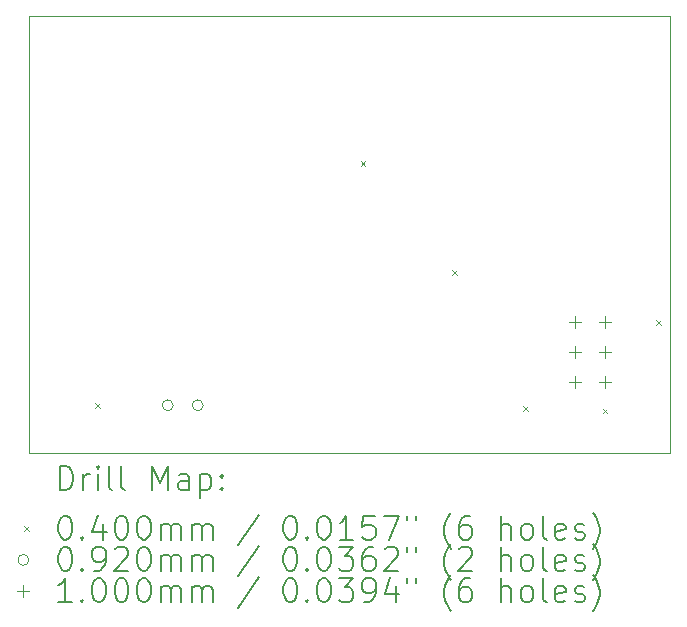
<source format=gbr>
%TF.GenerationSoftware,KiCad,Pcbnew,7.0.10*%
%TF.CreationDate,2024-10-31T16:29:59-04:00*%
%TF.ProjectId,pcb_v1,7063625f-7631-42e6-9b69-6361645f7063,rev?*%
%TF.SameCoordinates,Original*%
%TF.FileFunction,Drillmap*%
%TF.FilePolarity,Positive*%
%FSLAX45Y45*%
G04 Gerber Fmt 4.5, Leading zero omitted, Abs format (unit mm)*
G04 Created by KiCad (PCBNEW 7.0.10) date 2024-10-31 16:29:59*
%MOMM*%
%LPD*%
G01*
G04 APERTURE LIST*
%ADD10C,0.100000*%
%ADD11C,0.200000*%
G04 APERTURE END LIST*
D10*
X10675000Y-8700000D02*
X16100000Y-8700000D01*
X16100000Y-12400000D01*
X10675000Y-12400000D01*
X10675000Y-8700000D01*
D11*
D10*
X11230000Y-11980000D02*
X11270000Y-12020000D01*
X11270000Y-11980000D02*
X11230000Y-12020000D01*
X13480000Y-9930000D02*
X13520000Y-9970000D01*
X13520000Y-9930000D02*
X13480000Y-9970000D01*
X14255000Y-10855000D02*
X14295000Y-10895000D01*
X14295000Y-10855000D02*
X14255000Y-10895000D01*
X14855000Y-12005000D02*
X14895000Y-12045000D01*
X14895000Y-12005000D02*
X14855000Y-12045000D01*
X15528000Y-12028000D02*
X15568000Y-12068000D01*
X15568000Y-12028000D02*
X15528000Y-12068000D01*
X15980000Y-11280000D02*
X16020000Y-11320000D01*
X16020000Y-11280000D02*
X15980000Y-11320000D01*
X11892000Y-12000000D02*
G75*
G03*
X11800000Y-12000000I-46000J0D01*
G01*
X11800000Y-12000000D02*
G75*
G03*
X11892000Y-12000000I46000J0D01*
G01*
X12146000Y-12000000D02*
G75*
G03*
X12054000Y-12000000I-46000J0D01*
G01*
X12054000Y-12000000D02*
G75*
G03*
X12146000Y-12000000I46000J0D01*
G01*
X15296000Y-11242000D02*
X15296000Y-11342000D01*
X15246000Y-11292000D02*
X15346000Y-11292000D01*
X15296000Y-11496000D02*
X15296000Y-11596000D01*
X15246000Y-11546000D02*
X15346000Y-11546000D01*
X15296000Y-11750000D02*
X15296000Y-11850000D01*
X15246000Y-11800000D02*
X15346000Y-11800000D01*
X15550000Y-11242000D02*
X15550000Y-11342000D01*
X15500000Y-11292000D02*
X15600000Y-11292000D01*
X15550000Y-11496000D02*
X15550000Y-11596000D01*
X15500000Y-11546000D02*
X15600000Y-11546000D01*
X15550000Y-11750000D02*
X15550000Y-11850000D01*
X15500000Y-11800000D02*
X15600000Y-11800000D01*
D11*
X10930777Y-12716484D02*
X10930777Y-12516484D01*
X10930777Y-12516484D02*
X10978396Y-12516484D01*
X10978396Y-12516484D02*
X11006967Y-12526008D01*
X11006967Y-12526008D02*
X11026015Y-12545055D01*
X11026015Y-12545055D02*
X11035539Y-12564103D01*
X11035539Y-12564103D02*
X11045063Y-12602198D01*
X11045063Y-12602198D02*
X11045063Y-12630769D01*
X11045063Y-12630769D02*
X11035539Y-12668865D01*
X11035539Y-12668865D02*
X11026015Y-12687912D01*
X11026015Y-12687912D02*
X11006967Y-12706960D01*
X11006967Y-12706960D02*
X10978396Y-12716484D01*
X10978396Y-12716484D02*
X10930777Y-12716484D01*
X11130777Y-12716484D02*
X11130777Y-12583150D01*
X11130777Y-12621246D02*
X11140301Y-12602198D01*
X11140301Y-12602198D02*
X11149824Y-12592674D01*
X11149824Y-12592674D02*
X11168872Y-12583150D01*
X11168872Y-12583150D02*
X11187920Y-12583150D01*
X11254586Y-12716484D02*
X11254586Y-12583150D01*
X11254586Y-12516484D02*
X11245062Y-12526008D01*
X11245062Y-12526008D02*
X11254586Y-12535531D01*
X11254586Y-12535531D02*
X11264110Y-12526008D01*
X11264110Y-12526008D02*
X11254586Y-12516484D01*
X11254586Y-12516484D02*
X11254586Y-12535531D01*
X11378396Y-12716484D02*
X11359348Y-12706960D01*
X11359348Y-12706960D02*
X11349824Y-12687912D01*
X11349824Y-12687912D02*
X11349824Y-12516484D01*
X11483158Y-12716484D02*
X11464110Y-12706960D01*
X11464110Y-12706960D02*
X11454586Y-12687912D01*
X11454586Y-12687912D02*
X11454586Y-12516484D01*
X11711729Y-12716484D02*
X11711729Y-12516484D01*
X11711729Y-12516484D02*
X11778396Y-12659341D01*
X11778396Y-12659341D02*
X11845062Y-12516484D01*
X11845062Y-12516484D02*
X11845062Y-12716484D01*
X12026015Y-12716484D02*
X12026015Y-12611722D01*
X12026015Y-12611722D02*
X12016491Y-12592674D01*
X12016491Y-12592674D02*
X11997443Y-12583150D01*
X11997443Y-12583150D02*
X11959348Y-12583150D01*
X11959348Y-12583150D02*
X11940301Y-12592674D01*
X12026015Y-12706960D02*
X12006967Y-12716484D01*
X12006967Y-12716484D02*
X11959348Y-12716484D01*
X11959348Y-12716484D02*
X11940301Y-12706960D01*
X11940301Y-12706960D02*
X11930777Y-12687912D01*
X11930777Y-12687912D02*
X11930777Y-12668865D01*
X11930777Y-12668865D02*
X11940301Y-12649817D01*
X11940301Y-12649817D02*
X11959348Y-12640293D01*
X11959348Y-12640293D02*
X12006967Y-12640293D01*
X12006967Y-12640293D02*
X12026015Y-12630769D01*
X12121253Y-12583150D02*
X12121253Y-12783150D01*
X12121253Y-12592674D02*
X12140301Y-12583150D01*
X12140301Y-12583150D02*
X12178396Y-12583150D01*
X12178396Y-12583150D02*
X12197443Y-12592674D01*
X12197443Y-12592674D02*
X12206967Y-12602198D01*
X12206967Y-12602198D02*
X12216491Y-12621246D01*
X12216491Y-12621246D02*
X12216491Y-12678388D01*
X12216491Y-12678388D02*
X12206967Y-12697436D01*
X12206967Y-12697436D02*
X12197443Y-12706960D01*
X12197443Y-12706960D02*
X12178396Y-12716484D01*
X12178396Y-12716484D02*
X12140301Y-12716484D01*
X12140301Y-12716484D02*
X12121253Y-12706960D01*
X12302205Y-12697436D02*
X12311729Y-12706960D01*
X12311729Y-12706960D02*
X12302205Y-12716484D01*
X12302205Y-12716484D02*
X12292682Y-12706960D01*
X12292682Y-12706960D02*
X12302205Y-12697436D01*
X12302205Y-12697436D02*
X12302205Y-12716484D01*
X12302205Y-12592674D02*
X12311729Y-12602198D01*
X12311729Y-12602198D02*
X12302205Y-12611722D01*
X12302205Y-12611722D02*
X12292682Y-12602198D01*
X12292682Y-12602198D02*
X12302205Y-12592674D01*
X12302205Y-12592674D02*
X12302205Y-12611722D01*
D10*
X10630000Y-13025000D02*
X10670000Y-13065000D01*
X10670000Y-13025000D02*
X10630000Y-13065000D01*
D11*
X10968872Y-12936484D02*
X10987920Y-12936484D01*
X10987920Y-12936484D02*
X11006967Y-12946008D01*
X11006967Y-12946008D02*
X11016491Y-12955531D01*
X11016491Y-12955531D02*
X11026015Y-12974579D01*
X11026015Y-12974579D02*
X11035539Y-13012674D01*
X11035539Y-13012674D02*
X11035539Y-13060293D01*
X11035539Y-13060293D02*
X11026015Y-13098388D01*
X11026015Y-13098388D02*
X11016491Y-13117436D01*
X11016491Y-13117436D02*
X11006967Y-13126960D01*
X11006967Y-13126960D02*
X10987920Y-13136484D01*
X10987920Y-13136484D02*
X10968872Y-13136484D01*
X10968872Y-13136484D02*
X10949824Y-13126960D01*
X10949824Y-13126960D02*
X10940301Y-13117436D01*
X10940301Y-13117436D02*
X10930777Y-13098388D01*
X10930777Y-13098388D02*
X10921253Y-13060293D01*
X10921253Y-13060293D02*
X10921253Y-13012674D01*
X10921253Y-13012674D02*
X10930777Y-12974579D01*
X10930777Y-12974579D02*
X10940301Y-12955531D01*
X10940301Y-12955531D02*
X10949824Y-12946008D01*
X10949824Y-12946008D02*
X10968872Y-12936484D01*
X11121253Y-13117436D02*
X11130777Y-13126960D01*
X11130777Y-13126960D02*
X11121253Y-13136484D01*
X11121253Y-13136484D02*
X11111729Y-13126960D01*
X11111729Y-13126960D02*
X11121253Y-13117436D01*
X11121253Y-13117436D02*
X11121253Y-13136484D01*
X11302205Y-13003150D02*
X11302205Y-13136484D01*
X11254586Y-12926960D02*
X11206967Y-13069817D01*
X11206967Y-13069817D02*
X11330777Y-13069817D01*
X11445062Y-12936484D02*
X11464110Y-12936484D01*
X11464110Y-12936484D02*
X11483158Y-12946008D01*
X11483158Y-12946008D02*
X11492682Y-12955531D01*
X11492682Y-12955531D02*
X11502205Y-12974579D01*
X11502205Y-12974579D02*
X11511729Y-13012674D01*
X11511729Y-13012674D02*
X11511729Y-13060293D01*
X11511729Y-13060293D02*
X11502205Y-13098388D01*
X11502205Y-13098388D02*
X11492682Y-13117436D01*
X11492682Y-13117436D02*
X11483158Y-13126960D01*
X11483158Y-13126960D02*
X11464110Y-13136484D01*
X11464110Y-13136484D02*
X11445062Y-13136484D01*
X11445062Y-13136484D02*
X11426015Y-13126960D01*
X11426015Y-13126960D02*
X11416491Y-13117436D01*
X11416491Y-13117436D02*
X11406967Y-13098388D01*
X11406967Y-13098388D02*
X11397443Y-13060293D01*
X11397443Y-13060293D02*
X11397443Y-13012674D01*
X11397443Y-13012674D02*
X11406967Y-12974579D01*
X11406967Y-12974579D02*
X11416491Y-12955531D01*
X11416491Y-12955531D02*
X11426015Y-12946008D01*
X11426015Y-12946008D02*
X11445062Y-12936484D01*
X11635539Y-12936484D02*
X11654586Y-12936484D01*
X11654586Y-12936484D02*
X11673634Y-12946008D01*
X11673634Y-12946008D02*
X11683158Y-12955531D01*
X11683158Y-12955531D02*
X11692682Y-12974579D01*
X11692682Y-12974579D02*
X11702205Y-13012674D01*
X11702205Y-13012674D02*
X11702205Y-13060293D01*
X11702205Y-13060293D02*
X11692682Y-13098388D01*
X11692682Y-13098388D02*
X11683158Y-13117436D01*
X11683158Y-13117436D02*
X11673634Y-13126960D01*
X11673634Y-13126960D02*
X11654586Y-13136484D01*
X11654586Y-13136484D02*
X11635539Y-13136484D01*
X11635539Y-13136484D02*
X11616491Y-13126960D01*
X11616491Y-13126960D02*
X11606967Y-13117436D01*
X11606967Y-13117436D02*
X11597443Y-13098388D01*
X11597443Y-13098388D02*
X11587920Y-13060293D01*
X11587920Y-13060293D02*
X11587920Y-13012674D01*
X11587920Y-13012674D02*
X11597443Y-12974579D01*
X11597443Y-12974579D02*
X11606967Y-12955531D01*
X11606967Y-12955531D02*
X11616491Y-12946008D01*
X11616491Y-12946008D02*
X11635539Y-12936484D01*
X11787920Y-13136484D02*
X11787920Y-13003150D01*
X11787920Y-13022198D02*
X11797443Y-13012674D01*
X11797443Y-13012674D02*
X11816491Y-13003150D01*
X11816491Y-13003150D02*
X11845063Y-13003150D01*
X11845063Y-13003150D02*
X11864110Y-13012674D01*
X11864110Y-13012674D02*
X11873634Y-13031722D01*
X11873634Y-13031722D02*
X11873634Y-13136484D01*
X11873634Y-13031722D02*
X11883158Y-13012674D01*
X11883158Y-13012674D02*
X11902205Y-13003150D01*
X11902205Y-13003150D02*
X11930777Y-13003150D01*
X11930777Y-13003150D02*
X11949824Y-13012674D01*
X11949824Y-13012674D02*
X11959348Y-13031722D01*
X11959348Y-13031722D02*
X11959348Y-13136484D01*
X12054586Y-13136484D02*
X12054586Y-13003150D01*
X12054586Y-13022198D02*
X12064110Y-13012674D01*
X12064110Y-13012674D02*
X12083158Y-13003150D01*
X12083158Y-13003150D02*
X12111729Y-13003150D01*
X12111729Y-13003150D02*
X12130777Y-13012674D01*
X12130777Y-13012674D02*
X12140301Y-13031722D01*
X12140301Y-13031722D02*
X12140301Y-13136484D01*
X12140301Y-13031722D02*
X12149824Y-13012674D01*
X12149824Y-13012674D02*
X12168872Y-13003150D01*
X12168872Y-13003150D02*
X12197443Y-13003150D01*
X12197443Y-13003150D02*
X12216491Y-13012674D01*
X12216491Y-13012674D02*
X12226015Y-13031722D01*
X12226015Y-13031722D02*
X12226015Y-13136484D01*
X12616491Y-12926960D02*
X12445063Y-13184103D01*
X12873634Y-12936484D02*
X12892682Y-12936484D01*
X12892682Y-12936484D02*
X12911729Y-12946008D01*
X12911729Y-12946008D02*
X12921253Y-12955531D01*
X12921253Y-12955531D02*
X12930777Y-12974579D01*
X12930777Y-12974579D02*
X12940301Y-13012674D01*
X12940301Y-13012674D02*
X12940301Y-13060293D01*
X12940301Y-13060293D02*
X12930777Y-13098388D01*
X12930777Y-13098388D02*
X12921253Y-13117436D01*
X12921253Y-13117436D02*
X12911729Y-13126960D01*
X12911729Y-13126960D02*
X12892682Y-13136484D01*
X12892682Y-13136484D02*
X12873634Y-13136484D01*
X12873634Y-13136484D02*
X12854586Y-13126960D01*
X12854586Y-13126960D02*
X12845063Y-13117436D01*
X12845063Y-13117436D02*
X12835539Y-13098388D01*
X12835539Y-13098388D02*
X12826015Y-13060293D01*
X12826015Y-13060293D02*
X12826015Y-13012674D01*
X12826015Y-13012674D02*
X12835539Y-12974579D01*
X12835539Y-12974579D02*
X12845063Y-12955531D01*
X12845063Y-12955531D02*
X12854586Y-12946008D01*
X12854586Y-12946008D02*
X12873634Y-12936484D01*
X13026015Y-13117436D02*
X13035539Y-13126960D01*
X13035539Y-13126960D02*
X13026015Y-13136484D01*
X13026015Y-13136484D02*
X13016491Y-13126960D01*
X13016491Y-13126960D02*
X13026015Y-13117436D01*
X13026015Y-13117436D02*
X13026015Y-13136484D01*
X13159348Y-12936484D02*
X13178396Y-12936484D01*
X13178396Y-12936484D02*
X13197444Y-12946008D01*
X13197444Y-12946008D02*
X13206967Y-12955531D01*
X13206967Y-12955531D02*
X13216491Y-12974579D01*
X13216491Y-12974579D02*
X13226015Y-13012674D01*
X13226015Y-13012674D02*
X13226015Y-13060293D01*
X13226015Y-13060293D02*
X13216491Y-13098388D01*
X13216491Y-13098388D02*
X13206967Y-13117436D01*
X13206967Y-13117436D02*
X13197444Y-13126960D01*
X13197444Y-13126960D02*
X13178396Y-13136484D01*
X13178396Y-13136484D02*
X13159348Y-13136484D01*
X13159348Y-13136484D02*
X13140301Y-13126960D01*
X13140301Y-13126960D02*
X13130777Y-13117436D01*
X13130777Y-13117436D02*
X13121253Y-13098388D01*
X13121253Y-13098388D02*
X13111729Y-13060293D01*
X13111729Y-13060293D02*
X13111729Y-13012674D01*
X13111729Y-13012674D02*
X13121253Y-12974579D01*
X13121253Y-12974579D02*
X13130777Y-12955531D01*
X13130777Y-12955531D02*
X13140301Y-12946008D01*
X13140301Y-12946008D02*
X13159348Y-12936484D01*
X13416491Y-13136484D02*
X13302206Y-13136484D01*
X13359348Y-13136484D02*
X13359348Y-12936484D01*
X13359348Y-12936484D02*
X13340301Y-12965055D01*
X13340301Y-12965055D02*
X13321253Y-12984103D01*
X13321253Y-12984103D02*
X13302206Y-12993627D01*
X13597444Y-12936484D02*
X13502206Y-12936484D01*
X13502206Y-12936484D02*
X13492682Y-13031722D01*
X13492682Y-13031722D02*
X13502206Y-13022198D01*
X13502206Y-13022198D02*
X13521253Y-13012674D01*
X13521253Y-13012674D02*
X13568872Y-13012674D01*
X13568872Y-13012674D02*
X13587920Y-13022198D01*
X13587920Y-13022198D02*
X13597444Y-13031722D01*
X13597444Y-13031722D02*
X13606967Y-13050769D01*
X13606967Y-13050769D02*
X13606967Y-13098388D01*
X13606967Y-13098388D02*
X13597444Y-13117436D01*
X13597444Y-13117436D02*
X13587920Y-13126960D01*
X13587920Y-13126960D02*
X13568872Y-13136484D01*
X13568872Y-13136484D02*
X13521253Y-13136484D01*
X13521253Y-13136484D02*
X13502206Y-13126960D01*
X13502206Y-13126960D02*
X13492682Y-13117436D01*
X13673634Y-12936484D02*
X13806967Y-12936484D01*
X13806967Y-12936484D02*
X13721253Y-13136484D01*
X13873634Y-12936484D02*
X13873634Y-12974579D01*
X13949825Y-12936484D02*
X13949825Y-12974579D01*
X14245063Y-13212674D02*
X14235539Y-13203150D01*
X14235539Y-13203150D02*
X14216491Y-13174579D01*
X14216491Y-13174579D02*
X14206968Y-13155531D01*
X14206968Y-13155531D02*
X14197444Y-13126960D01*
X14197444Y-13126960D02*
X14187920Y-13079341D01*
X14187920Y-13079341D02*
X14187920Y-13041246D01*
X14187920Y-13041246D02*
X14197444Y-12993627D01*
X14197444Y-12993627D02*
X14206968Y-12965055D01*
X14206968Y-12965055D02*
X14216491Y-12946008D01*
X14216491Y-12946008D02*
X14235539Y-12917436D01*
X14235539Y-12917436D02*
X14245063Y-12907912D01*
X14406968Y-12936484D02*
X14368872Y-12936484D01*
X14368872Y-12936484D02*
X14349825Y-12946008D01*
X14349825Y-12946008D02*
X14340301Y-12955531D01*
X14340301Y-12955531D02*
X14321253Y-12984103D01*
X14321253Y-12984103D02*
X14311729Y-13022198D01*
X14311729Y-13022198D02*
X14311729Y-13098388D01*
X14311729Y-13098388D02*
X14321253Y-13117436D01*
X14321253Y-13117436D02*
X14330777Y-13126960D01*
X14330777Y-13126960D02*
X14349825Y-13136484D01*
X14349825Y-13136484D02*
X14387920Y-13136484D01*
X14387920Y-13136484D02*
X14406968Y-13126960D01*
X14406968Y-13126960D02*
X14416491Y-13117436D01*
X14416491Y-13117436D02*
X14426015Y-13098388D01*
X14426015Y-13098388D02*
X14426015Y-13050769D01*
X14426015Y-13050769D02*
X14416491Y-13031722D01*
X14416491Y-13031722D02*
X14406968Y-13022198D01*
X14406968Y-13022198D02*
X14387920Y-13012674D01*
X14387920Y-13012674D02*
X14349825Y-13012674D01*
X14349825Y-13012674D02*
X14330777Y-13022198D01*
X14330777Y-13022198D02*
X14321253Y-13031722D01*
X14321253Y-13031722D02*
X14311729Y-13050769D01*
X14664110Y-13136484D02*
X14664110Y-12936484D01*
X14749825Y-13136484D02*
X14749825Y-13031722D01*
X14749825Y-13031722D02*
X14740301Y-13012674D01*
X14740301Y-13012674D02*
X14721253Y-13003150D01*
X14721253Y-13003150D02*
X14692682Y-13003150D01*
X14692682Y-13003150D02*
X14673634Y-13012674D01*
X14673634Y-13012674D02*
X14664110Y-13022198D01*
X14873634Y-13136484D02*
X14854587Y-13126960D01*
X14854587Y-13126960D02*
X14845063Y-13117436D01*
X14845063Y-13117436D02*
X14835539Y-13098388D01*
X14835539Y-13098388D02*
X14835539Y-13041246D01*
X14835539Y-13041246D02*
X14845063Y-13022198D01*
X14845063Y-13022198D02*
X14854587Y-13012674D01*
X14854587Y-13012674D02*
X14873634Y-13003150D01*
X14873634Y-13003150D02*
X14902206Y-13003150D01*
X14902206Y-13003150D02*
X14921253Y-13012674D01*
X14921253Y-13012674D02*
X14930777Y-13022198D01*
X14930777Y-13022198D02*
X14940301Y-13041246D01*
X14940301Y-13041246D02*
X14940301Y-13098388D01*
X14940301Y-13098388D02*
X14930777Y-13117436D01*
X14930777Y-13117436D02*
X14921253Y-13126960D01*
X14921253Y-13126960D02*
X14902206Y-13136484D01*
X14902206Y-13136484D02*
X14873634Y-13136484D01*
X15054587Y-13136484D02*
X15035539Y-13126960D01*
X15035539Y-13126960D02*
X15026015Y-13107912D01*
X15026015Y-13107912D02*
X15026015Y-12936484D01*
X15206968Y-13126960D02*
X15187920Y-13136484D01*
X15187920Y-13136484D02*
X15149825Y-13136484D01*
X15149825Y-13136484D02*
X15130777Y-13126960D01*
X15130777Y-13126960D02*
X15121253Y-13107912D01*
X15121253Y-13107912D02*
X15121253Y-13031722D01*
X15121253Y-13031722D02*
X15130777Y-13012674D01*
X15130777Y-13012674D02*
X15149825Y-13003150D01*
X15149825Y-13003150D02*
X15187920Y-13003150D01*
X15187920Y-13003150D02*
X15206968Y-13012674D01*
X15206968Y-13012674D02*
X15216491Y-13031722D01*
X15216491Y-13031722D02*
X15216491Y-13050769D01*
X15216491Y-13050769D02*
X15121253Y-13069817D01*
X15292682Y-13126960D02*
X15311730Y-13136484D01*
X15311730Y-13136484D02*
X15349825Y-13136484D01*
X15349825Y-13136484D02*
X15368872Y-13126960D01*
X15368872Y-13126960D02*
X15378396Y-13107912D01*
X15378396Y-13107912D02*
X15378396Y-13098388D01*
X15378396Y-13098388D02*
X15368872Y-13079341D01*
X15368872Y-13079341D02*
X15349825Y-13069817D01*
X15349825Y-13069817D02*
X15321253Y-13069817D01*
X15321253Y-13069817D02*
X15302206Y-13060293D01*
X15302206Y-13060293D02*
X15292682Y-13041246D01*
X15292682Y-13041246D02*
X15292682Y-13031722D01*
X15292682Y-13031722D02*
X15302206Y-13012674D01*
X15302206Y-13012674D02*
X15321253Y-13003150D01*
X15321253Y-13003150D02*
X15349825Y-13003150D01*
X15349825Y-13003150D02*
X15368872Y-13012674D01*
X15445063Y-13212674D02*
X15454587Y-13203150D01*
X15454587Y-13203150D02*
X15473634Y-13174579D01*
X15473634Y-13174579D02*
X15483158Y-13155531D01*
X15483158Y-13155531D02*
X15492682Y-13126960D01*
X15492682Y-13126960D02*
X15502206Y-13079341D01*
X15502206Y-13079341D02*
X15502206Y-13041246D01*
X15502206Y-13041246D02*
X15492682Y-12993627D01*
X15492682Y-12993627D02*
X15483158Y-12965055D01*
X15483158Y-12965055D02*
X15473634Y-12946008D01*
X15473634Y-12946008D02*
X15454587Y-12917436D01*
X15454587Y-12917436D02*
X15445063Y-12907912D01*
D10*
X10670000Y-13309000D02*
G75*
G03*
X10578000Y-13309000I-46000J0D01*
G01*
X10578000Y-13309000D02*
G75*
G03*
X10670000Y-13309000I46000J0D01*
G01*
D11*
X10968872Y-13200484D02*
X10987920Y-13200484D01*
X10987920Y-13200484D02*
X11006967Y-13210008D01*
X11006967Y-13210008D02*
X11016491Y-13219531D01*
X11016491Y-13219531D02*
X11026015Y-13238579D01*
X11026015Y-13238579D02*
X11035539Y-13276674D01*
X11035539Y-13276674D02*
X11035539Y-13324293D01*
X11035539Y-13324293D02*
X11026015Y-13362388D01*
X11026015Y-13362388D02*
X11016491Y-13381436D01*
X11016491Y-13381436D02*
X11006967Y-13390960D01*
X11006967Y-13390960D02*
X10987920Y-13400484D01*
X10987920Y-13400484D02*
X10968872Y-13400484D01*
X10968872Y-13400484D02*
X10949824Y-13390960D01*
X10949824Y-13390960D02*
X10940301Y-13381436D01*
X10940301Y-13381436D02*
X10930777Y-13362388D01*
X10930777Y-13362388D02*
X10921253Y-13324293D01*
X10921253Y-13324293D02*
X10921253Y-13276674D01*
X10921253Y-13276674D02*
X10930777Y-13238579D01*
X10930777Y-13238579D02*
X10940301Y-13219531D01*
X10940301Y-13219531D02*
X10949824Y-13210008D01*
X10949824Y-13210008D02*
X10968872Y-13200484D01*
X11121253Y-13381436D02*
X11130777Y-13390960D01*
X11130777Y-13390960D02*
X11121253Y-13400484D01*
X11121253Y-13400484D02*
X11111729Y-13390960D01*
X11111729Y-13390960D02*
X11121253Y-13381436D01*
X11121253Y-13381436D02*
X11121253Y-13400484D01*
X11226015Y-13400484D02*
X11264110Y-13400484D01*
X11264110Y-13400484D02*
X11283158Y-13390960D01*
X11283158Y-13390960D02*
X11292682Y-13381436D01*
X11292682Y-13381436D02*
X11311729Y-13352865D01*
X11311729Y-13352865D02*
X11321253Y-13314769D01*
X11321253Y-13314769D02*
X11321253Y-13238579D01*
X11321253Y-13238579D02*
X11311729Y-13219531D01*
X11311729Y-13219531D02*
X11302205Y-13210008D01*
X11302205Y-13210008D02*
X11283158Y-13200484D01*
X11283158Y-13200484D02*
X11245062Y-13200484D01*
X11245062Y-13200484D02*
X11226015Y-13210008D01*
X11226015Y-13210008D02*
X11216491Y-13219531D01*
X11216491Y-13219531D02*
X11206967Y-13238579D01*
X11206967Y-13238579D02*
X11206967Y-13286198D01*
X11206967Y-13286198D02*
X11216491Y-13305246D01*
X11216491Y-13305246D02*
X11226015Y-13314769D01*
X11226015Y-13314769D02*
X11245062Y-13324293D01*
X11245062Y-13324293D02*
X11283158Y-13324293D01*
X11283158Y-13324293D02*
X11302205Y-13314769D01*
X11302205Y-13314769D02*
X11311729Y-13305246D01*
X11311729Y-13305246D02*
X11321253Y-13286198D01*
X11397443Y-13219531D02*
X11406967Y-13210008D01*
X11406967Y-13210008D02*
X11426015Y-13200484D01*
X11426015Y-13200484D02*
X11473634Y-13200484D01*
X11473634Y-13200484D02*
X11492682Y-13210008D01*
X11492682Y-13210008D02*
X11502205Y-13219531D01*
X11502205Y-13219531D02*
X11511729Y-13238579D01*
X11511729Y-13238579D02*
X11511729Y-13257627D01*
X11511729Y-13257627D02*
X11502205Y-13286198D01*
X11502205Y-13286198D02*
X11387920Y-13400484D01*
X11387920Y-13400484D02*
X11511729Y-13400484D01*
X11635539Y-13200484D02*
X11654586Y-13200484D01*
X11654586Y-13200484D02*
X11673634Y-13210008D01*
X11673634Y-13210008D02*
X11683158Y-13219531D01*
X11683158Y-13219531D02*
X11692682Y-13238579D01*
X11692682Y-13238579D02*
X11702205Y-13276674D01*
X11702205Y-13276674D02*
X11702205Y-13324293D01*
X11702205Y-13324293D02*
X11692682Y-13362388D01*
X11692682Y-13362388D02*
X11683158Y-13381436D01*
X11683158Y-13381436D02*
X11673634Y-13390960D01*
X11673634Y-13390960D02*
X11654586Y-13400484D01*
X11654586Y-13400484D02*
X11635539Y-13400484D01*
X11635539Y-13400484D02*
X11616491Y-13390960D01*
X11616491Y-13390960D02*
X11606967Y-13381436D01*
X11606967Y-13381436D02*
X11597443Y-13362388D01*
X11597443Y-13362388D02*
X11587920Y-13324293D01*
X11587920Y-13324293D02*
X11587920Y-13276674D01*
X11587920Y-13276674D02*
X11597443Y-13238579D01*
X11597443Y-13238579D02*
X11606967Y-13219531D01*
X11606967Y-13219531D02*
X11616491Y-13210008D01*
X11616491Y-13210008D02*
X11635539Y-13200484D01*
X11787920Y-13400484D02*
X11787920Y-13267150D01*
X11787920Y-13286198D02*
X11797443Y-13276674D01*
X11797443Y-13276674D02*
X11816491Y-13267150D01*
X11816491Y-13267150D02*
X11845063Y-13267150D01*
X11845063Y-13267150D02*
X11864110Y-13276674D01*
X11864110Y-13276674D02*
X11873634Y-13295722D01*
X11873634Y-13295722D02*
X11873634Y-13400484D01*
X11873634Y-13295722D02*
X11883158Y-13276674D01*
X11883158Y-13276674D02*
X11902205Y-13267150D01*
X11902205Y-13267150D02*
X11930777Y-13267150D01*
X11930777Y-13267150D02*
X11949824Y-13276674D01*
X11949824Y-13276674D02*
X11959348Y-13295722D01*
X11959348Y-13295722D02*
X11959348Y-13400484D01*
X12054586Y-13400484D02*
X12054586Y-13267150D01*
X12054586Y-13286198D02*
X12064110Y-13276674D01*
X12064110Y-13276674D02*
X12083158Y-13267150D01*
X12083158Y-13267150D02*
X12111729Y-13267150D01*
X12111729Y-13267150D02*
X12130777Y-13276674D01*
X12130777Y-13276674D02*
X12140301Y-13295722D01*
X12140301Y-13295722D02*
X12140301Y-13400484D01*
X12140301Y-13295722D02*
X12149824Y-13276674D01*
X12149824Y-13276674D02*
X12168872Y-13267150D01*
X12168872Y-13267150D02*
X12197443Y-13267150D01*
X12197443Y-13267150D02*
X12216491Y-13276674D01*
X12216491Y-13276674D02*
X12226015Y-13295722D01*
X12226015Y-13295722D02*
X12226015Y-13400484D01*
X12616491Y-13190960D02*
X12445063Y-13448103D01*
X12873634Y-13200484D02*
X12892682Y-13200484D01*
X12892682Y-13200484D02*
X12911729Y-13210008D01*
X12911729Y-13210008D02*
X12921253Y-13219531D01*
X12921253Y-13219531D02*
X12930777Y-13238579D01*
X12930777Y-13238579D02*
X12940301Y-13276674D01*
X12940301Y-13276674D02*
X12940301Y-13324293D01*
X12940301Y-13324293D02*
X12930777Y-13362388D01*
X12930777Y-13362388D02*
X12921253Y-13381436D01*
X12921253Y-13381436D02*
X12911729Y-13390960D01*
X12911729Y-13390960D02*
X12892682Y-13400484D01*
X12892682Y-13400484D02*
X12873634Y-13400484D01*
X12873634Y-13400484D02*
X12854586Y-13390960D01*
X12854586Y-13390960D02*
X12845063Y-13381436D01*
X12845063Y-13381436D02*
X12835539Y-13362388D01*
X12835539Y-13362388D02*
X12826015Y-13324293D01*
X12826015Y-13324293D02*
X12826015Y-13276674D01*
X12826015Y-13276674D02*
X12835539Y-13238579D01*
X12835539Y-13238579D02*
X12845063Y-13219531D01*
X12845063Y-13219531D02*
X12854586Y-13210008D01*
X12854586Y-13210008D02*
X12873634Y-13200484D01*
X13026015Y-13381436D02*
X13035539Y-13390960D01*
X13035539Y-13390960D02*
X13026015Y-13400484D01*
X13026015Y-13400484D02*
X13016491Y-13390960D01*
X13016491Y-13390960D02*
X13026015Y-13381436D01*
X13026015Y-13381436D02*
X13026015Y-13400484D01*
X13159348Y-13200484D02*
X13178396Y-13200484D01*
X13178396Y-13200484D02*
X13197444Y-13210008D01*
X13197444Y-13210008D02*
X13206967Y-13219531D01*
X13206967Y-13219531D02*
X13216491Y-13238579D01*
X13216491Y-13238579D02*
X13226015Y-13276674D01*
X13226015Y-13276674D02*
X13226015Y-13324293D01*
X13226015Y-13324293D02*
X13216491Y-13362388D01*
X13216491Y-13362388D02*
X13206967Y-13381436D01*
X13206967Y-13381436D02*
X13197444Y-13390960D01*
X13197444Y-13390960D02*
X13178396Y-13400484D01*
X13178396Y-13400484D02*
X13159348Y-13400484D01*
X13159348Y-13400484D02*
X13140301Y-13390960D01*
X13140301Y-13390960D02*
X13130777Y-13381436D01*
X13130777Y-13381436D02*
X13121253Y-13362388D01*
X13121253Y-13362388D02*
X13111729Y-13324293D01*
X13111729Y-13324293D02*
X13111729Y-13276674D01*
X13111729Y-13276674D02*
X13121253Y-13238579D01*
X13121253Y-13238579D02*
X13130777Y-13219531D01*
X13130777Y-13219531D02*
X13140301Y-13210008D01*
X13140301Y-13210008D02*
X13159348Y-13200484D01*
X13292682Y-13200484D02*
X13416491Y-13200484D01*
X13416491Y-13200484D02*
X13349825Y-13276674D01*
X13349825Y-13276674D02*
X13378396Y-13276674D01*
X13378396Y-13276674D02*
X13397444Y-13286198D01*
X13397444Y-13286198D02*
X13406967Y-13295722D01*
X13406967Y-13295722D02*
X13416491Y-13314769D01*
X13416491Y-13314769D02*
X13416491Y-13362388D01*
X13416491Y-13362388D02*
X13406967Y-13381436D01*
X13406967Y-13381436D02*
X13397444Y-13390960D01*
X13397444Y-13390960D02*
X13378396Y-13400484D01*
X13378396Y-13400484D02*
X13321253Y-13400484D01*
X13321253Y-13400484D02*
X13302206Y-13390960D01*
X13302206Y-13390960D02*
X13292682Y-13381436D01*
X13587920Y-13200484D02*
X13549825Y-13200484D01*
X13549825Y-13200484D02*
X13530777Y-13210008D01*
X13530777Y-13210008D02*
X13521253Y-13219531D01*
X13521253Y-13219531D02*
X13502206Y-13248103D01*
X13502206Y-13248103D02*
X13492682Y-13286198D01*
X13492682Y-13286198D02*
X13492682Y-13362388D01*
X13492682Y-13362388D02*
X13502206Y-13381436D01*
X13502206Y-13381436D02*
X13511729Y-13390960D01*
X13511729Y-13390960D02*
X13530777Y-13400484D01*
X13530777Y-13400484D02*
X13568872Y-13400484D01*
X13568872Y-13400484D02*
X13587920Y-13390960D01*
X13587920Y-13390960D02*
X13597444Y-13381436D01*
X13597444Y-13381436D02*
X13606967Y-13362388D01*
X13606967Y-13362388D02*
X13606967Y-13314769D01*
X13606967Y-13314769D02*
X13597444Y-13295722D01*
X13597444Y-13295722D02*
X13587920Y-13286198D01*
X13587920Y-13286198D02*
X13568872Y-13276674D01*
X13568872Y-13276674D02*
X13530777Y-13276674D01*
X13530777Y-13276674D02*
X13511729Y-13286198D01*
X13511729Y-13286198D02*
X13502206Y-13295722D01*
X13502206Y-13295722D02*
X13492682Y-13314769D01*
X13683158Y-13219531D02*
X13692682Y-13210008D01*
X13692682Y-13210008D02*
X13711729Y-13200484D01*
X13711729Y-13200484D02*
X13759348Y-13200484D01*
X13759348Y-13200484D02*
X13778396Y-13210008D01*
X13778396Y-13210008D02*
X13787920Y-13219531D01*
X13787920Y-13219531D02*
X13797444Y-13238579D01*
X13797444Y-13238579D02*
X13797444Y-13257627D01*
X13797444Y-13257627D02*
X13787920Y-13286198D01*
X13787920Y-13286198D02*
X13673634Y-13400484D01*
X13673634Y-13400484D02*
X13797444Y-13400484D01*
X13873634Y-13200484D02*
X13873634Y-13238579D01*
X13949825Y-13200484D02*
X13949825Y-13238579D01*
X14245063Y-13476674D02*
X14235539Y-13467150D01*
X14235539Y-13467150D02*
X14216491Y-13438579D01*
X14216491Y-13438579D02*
X14206968Y-13419531D01*
X14206968Y-13419531D02*
X14197444Y-13390960D01*
X14197444Y-13390960D02*
X14187920Y-13343341D01*
X14187920Y-13343341D02*
X14187920Y-13305246D01*
X14187920Y-13305246D02*
X14197444Y-13257627D01*
X14197444Y-13257627D02*
X14206968Y-13229055D01*
X14206968Y-13229055D02*
X14216491Y-13210008D01*
X14216491Y-13210008D02*
X14235539Y-13181436D01*
X14235539Y-13181436D02*
X14245063Y-13171912D01*
X14311729Y-13219531D02*
X14321253Y-13210008D01*
X14321253Y-13210008D02*
X14340301Y-13200484D01*
X14340301Y-13200484D02*
X14387920Y-13200484D01*
X14387920Y-13200484D02*
X14406968Y-13210008D01*
X14406968Y-13210008D02*
X14416491Y-13219531D01*
X14416491Y-13219531D02*
X14426015Y-13238579D01*
X14426015Y-13238579D02*
X14426015Y-13257627D01*
X14426015Y-13257627D02*
X14416491Y-13286198D01*
X14416491Y-13286198D02*
X14302206Y-13400484D01*
X14302206Y-13400484D02*
X14426015Y-13400484D01*
X14664110Y-13400484D02*
X14664110Y-13200484D01*
X14749825Y-13400484D02*
X14749825Y-13295722D01*
X14749825Y-13295722D02*
X14740301Y-13276674D01*
X14740301Y-13276674D02*
X14721253Y-13267150D01*
X14721253Y-13267150D02*
X14692682Y-13267150D01*
X14692682Y-13267150D02*
X14673634Y-13276674D01*
X14673634Y-13276674D02*
X14664110Y-13286198D01*
X14873634Y-13400484D02*
X14854587Y-13390960D01*
X14854587Y-13390960D02*
X14845063Y-13381436D01*
X14845063Y-13381436D02*
X14835539Y-13362388D01*
X14835539Y-13362388D02*
X14835539Y-13305246D01*
X14835539Y-13305246D02*
X14845063Y-13286198D01*
X14845063Y-13286198D02*
X14854587Y-13276674D01*
X14854587Y-13276674D02*
X14873634Y-13267150D01*
X14873634Y-13267150D02*
X14902206Y-13267150D01*
X14902206Y-13267150D02*
X14921253Y-13276674D01*
X14921253Y-13276674D02*
X14930777Y-13286198D01*
X14930777Y-13286198D02*
X14940301Y-13305246D01*
X14940301Y-13305246D02*
X14940301Y-13362388D01*
X14940301Y-13362388D02*
X14930777Y-13381436D01*
X14930777Y-13381436D02*
X14921253Y-13390960D01*
X14921253Y-13390960D02*
X14902206Y-13400484D01*
X14902206Y-13400484D02*
X14873634Y-13400484D01*
X15054587Y-13400484D02*
X15035539Y-13390960D01*
X15035539Y-13390960D02*
X15026015Y-13371912D01*
X15026015Y-13371912D02*
X15026015Y-13200484D01*
X15206968Y-13390960D02*
X15187920Y-13400484D01*
X15187920Y-13400484D02*
X15149825Y-13400484D01*
X15149825Y-13400484D02*
X15130777Y-13390960D01*
X15130777Y-13390960D02*
X15121253Y-13371912D01*
X15121253Y-13371912D02*
X15121253Y-13295722D01*
X15121253Y-13295722D02*
X15130777Y-13276674D01*
X15130777Y-13276674D02*
X15149825Y-13267150D01*
X15149825Y-13267150D02*
X15187920Y-13267150D01*
X15187920Y-13267150D02*
X15206968Y-13276674D01*
X15206968Y-13276674D02*
X15216491Y-13295722D01*
X15216491Y-13295722D02*
X15216491Y-13314769D01*
X15216491Y-13314769D02*
X15121253Y-13333817D01*
X15292682Y-13390960D02*
X15311730Y-13400484D01*
X15311730Y-13400484D02*
X15349825Y-13400484D01*
X15349825Y-13400484D02*
X15368872Y-13390960D01*
X15368872Y-13390960D02*
X15378396Y-13371912D01*
X15378396Y-13371912D02*
X15378396Y-13362388D01*
X15378396Y-13362388D02*
X15368872Y-13343341D01*
X15368872Y-13343341D02*
X15349825Y-13333817D01*
X15349825Y-13333817D02*
X15321253Y-13333817D01*
X15321253Y-13333817D02*
X15302206Y-13324293D01*
X15302206Y-13324293D02*
X15292682Y-13305246D01*
X15292682Y-13305246D02*
X15292682Y-13295722D01*
X15292682Y-13295722D02*
X15302206Y-13276674D01*
X15302206Y-13276674D02*
X15321253Y-13267150D01*
X15321253Y-13267150D02*
X15349825Y-13267150D01*
X15349825Y-13267150D02*
X15368872Y-13276674D01*
X15445063Y-13476674D02*
X15454587Y-13467150D01*
X15454587Y-13467150D02*
X15473634Y-13438579D01*
X15473634Y-13438579D02*
X15483158Y-13419531D01*
X15483158Y-13419531D02*
X15492682Y-13390960D01*
X15492682Y-13390960D02*
X15502206Y-13343341D01*
X15502206Y-13343341D02*
X15502206Y-13305246D01*
X15502206Y-13305246D02*
X15492682Y-13257627D01*
X15492682Y-13257627D02*
X15483158Y-13229055D01*
X15483158Y-13229055D02*
X15473634Y-13210008D01*
X15473634Y-13210008D02*
X15454587Y-13181436D01*
X15454587Y-13181436D02*
X15445063Y-13171912D01*
D10*
X10620000Y-13523000D02*
X10620000Y-13623000D01*
X10570000Y-13573000D02*
X10670000Y-13573000D01*
D11*
X11035539Y-13664484D02*
X10921253Y-13664484D01*
X10978396Y-13664484D02*
X10978396Y-13464484D01*
X10978396Y-13464484D02*
X10959348Y-13493055D01*
X10959348Y-13493055D02*
X10940301Y-13512103D01*
X10940301Y-13512103D02*
X10921253Y-13521627D01*
X11121253Y-13645436D02*
X11130777Y-13654960D01*
X11130777Y-13654960D02*
X11121253Y-13664484D01*
X11121253Y-13664484D02*
X11111729Y-13654960D01*
X11111729Y-13654960D02*
X11121253Y-13645436D01*
X11121253Y-13645436D02*
X11121253Y-13664484D01*
X11254586Y-13464484D02*
X11273634Y-13464484D01*
X11273634Y-13464484D02*
X11292682Y-13474008D01*
X11292682Y-13474008D02*
X11302205Y-13483531D01*
X11302205Y-13483531D02*
X11311729Y-13502579D01*
X11311729Y-13502579D02*
X11321253Y-13540674D01*
X11321253Y-13540674D02*
X11321253Y-13588293D01*
X11321253Y-13588293D02*
X11311729Y-13626388D01*
X11311729Y-13626388D02*
X11302205Y-13645436D01*
X11302205Y-13645436D02*
X11292682Y-13654960D01*
X11292682Y-13654960D02*
X11273634Y-13664484D01*
X11273634Y-13664484D02*
X11254586Y-13664484D01*
X11254586Y-13664484D02*
X11235539Y-13654960D01*
X11235539Y-13654960D02*
X11226015Y-13645436D01*
X11226015Y-13645436D02*
X11216491Y-13626388D01*
X11216491Y-13626388D02*
X11206967Y-13588293D01*
X11206967Y-13588293D02*
X11206967Y-13540674D01*
X11206967Y-13540674D02*
X11216491Y-13502579D01*
X11216491Y-13502579D02*
X11226015Y-13483531D01*
X11226015Y-13483531D02*
X11235539Y-13474008D01*
X11235539Y-13474008D02*
X11254586Y-13464484D01*
X11445062Y-13464484D02*
X11464110Y-13464484D01*
X11464110Y-13464484D02*
X11483158Y-13474008D01*
X11483158Y-13474008D02*
X11492682Y-13483531D01*
X11492682Y-13483531D02*
X11502205Y-13502579D01*
X11502205Y-13502579D02*
X11511729Y-13540674D01*
X11511729Y-13540674D02*
X11511729Y-13588293D01*
X11511729Y-13588293D02*
X11502205Y-13626388D01*
X11502205Y-13626388D02*
X11492682Y-13645436D01*
X11492682Y-13645436D02*
X11483158Y-13654960D01*
X11483158Y-13654960D02*
X11464110Y-13664484D01*
X11464110Y-13664484D02*
X11445062Y-13664484D01*
X11445062Y-13664484D02*
X11426015Y-13654960D01*
X11426015Y-13654960D02*
X11416491Y-13645436D01*
X11416491Y-13645436D02*
X11406967Y-13626388D01*
X11406967Y-13626388D02*
X11397443Y-13588293D01*
X11397443Y-13588293D02*
X11397443Y-13540674D01*
X11397443Y-13540674D02*
X11406967Y-13502579D01*
X11406967Y-13502579D02*
X11416491Y-13483531D01*
X11416491Y-13483531D02*
X11426015Y-13474008D01*
X11426015Y-13474008D02*
X11445062Y-13464484D01*
X11635539Y-13464484D02*
X11654586Y-13464484D01*
X11654586Y-13464484D02*
X11673634Y-13474008D01*
X11673634Y-13474008D02*
X11683158Y-13483531D01*
X11683158Y-13483531D02*
X11692682Y-13502579D01*
X11692682Y-13502579D02*
X11702205Y-13540674D01*
X11702205Y-13540674D02*
X11702205Y-13588293D01*
X11702205Y-13588293D02*
X11692682Y-13626388D01*
X11692682Y-13626388D02*
X11683158Y-13645436D01*
X11683158Y-13645436D02*
X11673634Y-13654960D01*
X11673634Y-13654960D02*
X11654586Y-13664484D01*
X11654586Y-13664484D02*
X11635539Y-13664484D01*
X11635539Y-13664484D02*
X11616491Y-13654960D01*
X11616491Y-13654960D02*
X11606967Y-13645436D01*
X11606967Y-13645436D02*
X11597443Y-13626388D01*
X11597443Y-13626388D02*
X11587920Y-13588293D01*
X11587920Y-13588293D02*
X11587920Y-13540674D01*
X11587920Y-13540674D02*
X11597443Y-13502579D01*
X11597443Y-13502579D02*
X11606967Y-13483531D01*
X11606967Y-13483531D02*
X11616491Y-13474008D01*
X11616491Y-13474008D02*
X11635539Y-13464484D01*
X11787920Y-13664484D02*
X11787920Y-13531150D01*
X11787920Y-13550198D02*
X11797443Y-13540674D01*
X11797443Y-13540674D02*
X11816491Y-13531150D01*
X11816491Y-13531150D02*
X11845063Y-13531150D01*
X11845063Y-13531150D02*
X11864110Y-13540674D01*
X11864110Y-13540674D02*
X11873634Y-13559722D01*
X11873634Y-13559722D02*
X11873634Y-13664484D01*
X11873634Y-13559722D02*
X11883158Y-13540674D01*
X11883158Y-13540674D02*
X11902205Y-13531150D01*
X11902205Y-13531150D02*
X11930777Y-13531150D01*
X11930777Y-13531150D02*
X11949824Y-13540674D01*
X11949824Y-13540674D02*
X11959348Y-13559722D01*
X11959348Y-13559722D02*
X11959348Y-13664484D01*
X12054586Y-13664484D02*
X12054586Y-13531150D01*
X12054586Y-13550198D02*
X12064110Y-13540674D01*
X12064110Y-13540674D02*
X12083158Y-13531150D01*
X12083158Y-13531150D02*
X12111729Y-13531150D01*
X12111729Y-13531150D02*
X12130777Y-13540674D01*
X12130777Y-13540674D02*
X12140301Y-13559722D01*
X12140301Y-13559722D02*
X12140301Y-13664484D01*
X12140301Y-13559722D02*
X12149824Y-13540674D01*
X12149824Y-13540674D02*
X12168872Y-13531150D01*
X12168872Y-13531150D02*
X12197443Y-13531150D01*
X12197443Y-13531150D02*
X12216491Y-13540674D01*
X12216491Y-13540674D02*
X12226015Y-13559722D01*
X12226015Y-13559722D02*
X12226015Y-13664484D01*
X12616491Y-13454960D02*
X12445063Y-13712103D01*
X12873634Y-13464484D02*
X12892682Y-13464484D01*
X12892682Y-13464484D02*
X12911729Y-13474008D01*
X12911729Y-13474008D02*
X12921253Y-13483531D01*
X12921253Y-13483531D02*
X12930777Y-13502579D01*
X12930777Y-13502579D02*
X12940301Y-13540674D01*
X12940301Y-13540674D02*
X12940301Y-13588293D01*
X12940301Y-13588293D02*
X12930777Y-13626388D01*
X12930777Y-13626388D02*
X12921253Y-13645436D01*
X12921253Y-13645436D02*
X12911729Y-13654960D01*
X12911729Y-13654960D02*
X12892682Y-13664484D01*
X12892682Y-13664484D02*
X12873634Y-13664484D01*
X12873634Y-13664484D02*
X12854586Y-13654960D01*
X12854586Y-13654960D02*
X12845063Y-13645436D01*
X12845063Y-13645436D02*
X12835539Y-13626388D01*
X12835539Y-13626388D02*
X12826015Y-13588293D01*
X12826015Y-13588293D02*
X12826015Y-13540674D01*
X12826015Y-13540674D02*
X12835539Y-13502579D01*
X12835539Y-13502579D02*
X12845063Y-13483531D01*
X12845063Y-13483531D02*
X12854586Y-13474008D01*
X12854586Y-13474008D02*
X12873634Y-13464484D01*
X13026015Y-13645436D02*
X13035539Y-13654960D01*
X13035539Y-13654960D02*
X13026015Y-13664484D01*
X13026015Y-13664484D02*
X13016491Y-13654960D01*
X13016491Y-13654960D02*
X13026015Y-13645436D01*
X13026015Y-13645436D02*
X13026015Y-13664484D01*
X13159348Y-13464484D02*
X13178396Y-13464484D01*
X13178396Y-13464484D02*
X13197444Y-13474008D01*
X13197444Y-13474008D02*
X13206967Y-13483531D01*
X13206967Y-13483531D02*
X13216491Y-13502579D01*
X13216491Y-13502579D02*
X13226015Y-13540674D01*
X13226015Y-13540674D02*
X13226015Y-13588293D01*
X13226015Y-13588293D02*
X13216491Y-13626388D01*
X13216491Y-13626388D02*
X13206967Y-13645436D01*
X13206967Y-13645436D02*
X13197444Y-13654960D01*
X13197444Y-13654960D02*
X13178396Y-13664484D01*
X13178396Y-13664484D02*
X13159348Y-13664484D01*
X13159348Y-13664484D02*
X13140301Y-13654960D01*
X13140301Y-13654960D02*
X13130777Y-13645436D01*
X13130777Y-13645436D02*
X13121253Y-13626388D01*
X13121253Y-13626388D02*
X13111729Y-13588293D01*
X13111729Y-13588293D02*
X13111729Y-13540674D01*
X13111729Y-13540674D02*
X13121253Y-13502579D01*
X13121253Y-13502579D02*
X13130777Y-13483531D01*
X13130777Y-13483531D02*
X13140301Y-13474008D01*
X13140301Y-13474008D02*
X13159348Y-13464484D01*
X13292682Y-13464484D02*
X13416491Y-13464484D01*
X13416491Y-13464484D02*
X13349825Y-13540674D01*
X13349825Y-13540674D02*
X13378396Y-13540674D01*
X13378396Y-13540674D02*
X13397444Y-13550198D01*
X13397444Y-13550198D02*
X13406967Y-13559722D01*
X13406967Y-13559722D02*
X13416491Y-13578769D01*
X13416491Y-13578769D02*
X13416491Y-13626388D01*
X13416491Y-13626388D02*
X13406967Y-13645436D01*
X13406967Y-13645436D02*
X13397444Y-13654960D01*
X13397444Y-13654960D02*
X13378396Y-13664484D01*
X13378396Y-13664484D02*
X13321253Y-13664484D01*
X13321253Y-13664484D02*
X13302206Y-13654960D01*
X13302206Y-13654960D02*
X13292682Y-13645436D01*
X13511729Y-13664484D02*
X13549825Y-13664484D01*
X13549825Y-13664484D02*
X13568872Y-13654960D01*
X13568872Y-13654960D02*
X13578396Y-13645436D01*
X13578396Y-13645436D02*
X13597444Y-13616865D01*
X13597444Y-13616865D02*
X13606967Y-13578769D01*
X13606967Y-13578769D02*
X13606967Y-13502579D01*
X13606967Y-13502579D02*
X13597444Y-13483531D01*
X13597444Y-13483531D02*
X13587920Y-13474008D01*
X13587920Y-13474008D02*
X13568872Y-13464484D01*
X13568872Y-13464484D02*
X13530777Y-13464484D01*
X13530777Y-13464484D02*
X13511729Y-13474008D01*
X13511729Y-13474008D02*
X13502206Y-13483531D01*
X13502206Y-13483531D02*
X13492682Y-13502579D01*
X13492682Y-13502579D02*
X13492682Y-13550198D01*
X13492682Y-13550198D02*
X13502206Y-13569246D01*
X13502206Y-13569246D02*
X13511729Y-13578769D01*
X13511729Y-13578769D02*
X13530777Y-13588293D01*
X13530777Y-13588293D02*
X13568872Y-13588293D01*
X13568872Y-13588293D02*
X13587920Y-13578769D01*
X13587920Y-13578769D02*
X13597444Y-13569246D01*
X13597444Y-13569246D02*
X13606967Y-13550198D01*
X13778396Y-13531150D02*
X13778396Y-13664484D01*
X13730777Y-13454960D02*
X13683158Y-13597817D01*
X13683158Y-13597817D02*
X13806967Y-13597817D01*
X13873634Y-13464484D02*
X13873634Y-13502579D01*
X13949825Y-13464484D02*
X13949825Y-13502579D01*
X14245063Y-13740674D02*
X14235539Y-13731150D01*
X14235539Y-13731150D02*
X14216491Y-13702579D01*
X14216491Y-13702579D02*
X14206968Y-13683531D01*
X14206968Y-13683531D02*
X14197444Y-13654960D01*
X14197444Y-13654960D02*
X14187920Y-13607341D01*
X14187920Y-13607341D02*
X14187920Y-13569246D01*
X14187920Y-13569246D02*
X14197444Y-13521627D01*
X14197444Y-13521627D02*
X14206968Y-13493055D01*
X14206968Y-13493055D02*
X14216491Y-13474008D01*
X14216491Y-13474008D02*
X14235539Y-13445436D01*
X14235539Y-13445436D02*
X14245063Y-13435912D01*
X14406968Y-13464484D02*
X14368872Y-13464484D01*
X14368872Y-13464484D02*
X14349825Y-13474008D01*
X14349825Y-13474008D02*
X14340301Y-13483531D01*
X14340301Y-13483531D02*
X14321253Y-13512103D01*
X14321253Y-13512103D02*
X14311729Y-13550198D01*
X14311729Y-13550198D02*
X14311729Y-13626388D01*
X14311729Y-13626388D02*
X14321253Y-13645436D01*
X14321253Y-13645436D02*
X14330777Y-13654960D01*
X14330777Y-13654960D02*
X14349825Y-13664484D01*
X14349825Y-13664484D02*
X14387920Y-13664484D01*
X14387920Y-13664484D02*
X14406968Y-13654960D01*
X14406968Y-13654960D02*
X14416491Y-13645436D01*
X14416491Y-13645436D02*
X14426015Y-13626388D01*
X14426015Y-13626388D02*
X14426015Y-13578769D01*
X14426015Y-13578769D02*
X14416491Y-13559722D01*
X14416491Y-13559722D02*
X14406968Y-13550198D01*
X14406968Y-13550198D02*
X14387920Y-13540674D01*
X14387920Y-13540674D02*
X14349825Y-13540674D01*
X14349825Y-13540674D02*
X14330777Y-13550198D01*
X14330777Y-13550198D02*
X14321253Y-13559722D01*
X14321253Y-13559722D02*
X14311729Y-13578769D01*
X14664110Y-13664484D02*
X14664110Y-13464484D01*
X14749825Y-13664484D02*
X14749825Y-13559722D01*
X14749825Y-13559722D02*
X14740301Y-13540674D01*
X14740301Y-13540674D02*
X14721253Y-13531150D01*
X14721253Y-13531150D02*
X14692682Y-13531150D01*
X14692682Y-13531150D02*
X14673634Y-13540674D01*
X14673634Y-13540674D02*
X14664110Y-13550198D01*
X14873634Y-13664484D02*
X14854587Y-13654960D01*
X14854587Y-13654960D02*
X14845063Y-13645436D01*
X14845063Y-13645436D02*
X14835539Y-13626388D01*
X14835539Y-13626388D02*
X14835539Y-13569246D01*
X14835539Y-13569246D02*
X14845063Y-13550198D01*
X14845063Y-13550198D02*
X14854587Y-13540674D01*
X14854587Y-13540674D02*
X14873634Y-13531150D01*
X14873634Y-13531150D02*
X14902206Y-13531150D01*
X14902206Y-13531150D02*
X14921253Y-13540674D01*
X14921253Y-13540674D02*
X14930777Y-13550198D01*
X14930777Y-13550198D02*
X14940301Y-13569246D01*
X14940301Y-13569246D02*
X14940301Y-13626388D01*
X14940301Y-13626388D02*
X14930777Y-13645436D01*
X14930777Y-13645436D02*
X14921253Y-13654960D01*
X14921253Y-13654960D02*
X14902206Y-13664484D01*
X14902206Y-13664484D02*
X14873634Y-13664484D01*
X15054587Y-13664484D02*
X15035539Y-13654960D01*
X15035539Y-13654960D02*
X15026015Y-13635912D01*
X15026015Y-13635912D02*
X15026015Y-13464484D01*
X15206968Y-13654960D02*
X15187920Y-13664484D01*
X15187920Y-13664484D02*
X15149825Y-13664484D01*
X15149825Y-13664484D02*
X15130777Y-13654960D01*
X15130777Y-13654960D02*
X15121253Y-13635912D01*
X15121253Y-13635912D02*
X15121253Y-13559722D01*
X15121253Y-13559722D02*
X15130777Y-13540674D01*
X15130777Y-13540674D02*
X15149825Y-13531150D01*
X15149825Y-13531150D02*
X15187920Y-13531150D01*
X15187920Y-13531150D02*
X15206968Y-13540674D01*
X15206968Y-13540674D02*
X15216491Y-13559722D01*
X15216491Y-13559722D02*
X15216491Y-13578769D01*
X15216491Y-13578769D02*
X15121253Y-13597817D01*
X15292682Y-13654960D02*
X15311730Y-13664484D01*
X15311730Y-13664484D02*
X15349825Y-13664484D01*
X15349825Y-13664484D02*
X15368872Y-13654960D01*
X15368872Y-13654960D02*
X15378396Y-13635912D01*
X15378396Y-13635912D02*
X15378396Y-13626388D01*
X15378396Y-13626388D02*
X15368872Y-13607341D01*
X15368872Y-13607341D02*
X15349825Y-13597817D01*
X15349825Y-13597817D02*
X15321253Y-13597817D01*
X15321253Y-13597817D02*
X15302206Y-13588293D01*
X15302206Y-13588293D02*
X15292682Y-13569246D01*
X15292682Y-13569246D02*
X15292682Y-13559722D01*
X15292682Y-13559722D02*
X15302206Y-13540674D01*
X15302206Y-13540674D02*
X15321253Y-13531150D01*
X15321253Y-13531150D02*
X15349825Y-13531150D01*
X15349825Y-13531150D02*
X15368872Y-13540674D01*
X15445063Y-13740674D02*
X15454587Y-13731150D01*
X15454587Y-13731150D02*
X15473634Y-13702579D01*
X15473634Y-13702579D02*
X15483158Y-13683531D01*
X15483158Y-13683531D02*
X15492682Y-13654960D01*
X15492682Y-13654960D02*
X15502206Y-13607341D01*
X15502206Y-13607341D02*
X15502206Y-13569246D01*
X15502206Y-13569246D02*
X15492682Y-13521627D01*
X15492682Y-13521627D02*
X15483158Y-13493055D01*
X15483158Y-13493055D02*
X15473634Y-13474008D01*
X15473634Y-13474008D02*
X15454587Y-13445436D01*
X15454587Y-13445436D02*
X15445063Y-13435912D01*
M02*

</source>
